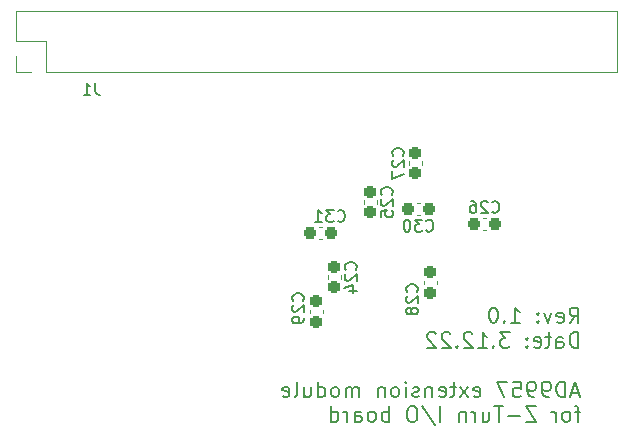
<source format=gbo>
G04 #@! TF.GenerationSoftware,KiCad,Pcbnew,6.0.9-8da3e8f707~116~ubuntu20.04.1*
G04 #@! TF.CreationDate,2022-12-06T17:06:51+01:00*
G04 #@! TF.ProjectId,iqdac,69716461-632e-46b6-9963-61645f706362,rev?*
G04 #@! TF.SameCoordinates,Original*
G04 #@! TF.FileFunction,Legend,Bot*
G04 #@! TF.FilePolarity,Positive*
%FSLAX46Y46*%
G04 Gerber Fmt 4.6, Leading zero omitted, Abs format (unit mm)*
G04 Created by KiCad (PCBNEW 6.0.9-8da3e8f707~116~ubuntu20.04.1) date 2022-12-06 17:06:51*
%MOMM*%
%LPD*%
G01*
G04 APERTURE LIST*
G04 Aperture macros list*
%AMRoundRect*
0 Rectangle with rounded corners*
0 $1 Rounding radius*
0 $2 $3 $4 $5 $6 $7 $8 $9 X,Y pos of 4 corners*
0 Add a 4 corners polygon primitive as box body*
4,1,4,$2,$3,$4,$5,$6,$7,$8,$9,$2,$3,0*
0 Add four circle primitives for the rounded corners*
1,1,$1+$1,$2,$3*
1,1,$1+$1,$4,$5*
1,1,$1+$1,$6,$7*
1,1,$1+$1,$8,$9*
0 Add four rect primitives between the rounded corners*
20,1,$1+$1,$2,$3,$4,$5,0*
20,1,$1+$1,$4,$5,$6,$7,0*
20,1,$1+$1,$6,$7,$8,$9,0*
20,1,$1+$1,$8,$9,$2,$3,0*%
G04 Aperture macros list end*
%ADD10C,0.200000*%
%ADD11C,0.150000*%
%ADD12C,0.120000*%
%ADD13C,2.050000*%
%ADD14C,2.250000*%
%ADD15C,2.500000*%
%ADD16R,1.700000X1.700000*%
%ADD17O,1.700000X1.700000*%
%ADD18RoundRect,0.237500X0.300000X0.237500X-0.300000X0.237500X-0.300000X-0.237500X0.300000X-0.237500X0*%
%ADD19RoundRect,0.237500X0.237500X-0.300000X0.237500X0.300000X-0.237500X0.300000X-0.237500X-0.300000X0*%
%ADD20RoundRect,0.237500X-0.237500X0.300000X-0.237500X-0.300000X0.237500X-0.300000X0.237500X0.300000X0*%
%ADD21RoundRect,0.237500X-0.300000X-0.237500X0.300000X-0.237500X0.300000X0.237500X-0.300000X0.237500X0*%
G04 APERTURE END LIST*
D10*
X182713619Y-78444095D02*
X183146952Y-77825047D01*
X183456476Y-78444095D02*
X183456476Y-77144095D01*
X182961238Y-77144095D01*
X182837428Y-77206000D01*
X182775523Y-77267904D01*
X182713619Y-77391714D01*
X182713619Y-77577428D01*
X182775523Y-77701238D01*
X182837428Y-77763142D01*
X182961238Y-77825047D01*
X183456476Y-77825047D01*
X181661238Y-78382190D02*
X181785047Y-78444095D01*
X182032666Y-78444095D01*
X182156476Y-78382190D01*
X182218380Y-78258380D01*
X182218380Y-77763142D01*
X182156476Y-77639333D01*
X182032666Y-77577428D01*
X181785047Y-77577428D01*
X181661238Y-77639333D01*
X181599333Y-77763142D01*
X181599333Y-77886952D01*
X182218380Y-78010761D01*
X181166000Y-77577428D02*
X180856476Y-78444095D01*
X180546952Y-77577428D01*
X180051714Y-78320285D02*
X179989809Y-78382190D01*
X180051714Y-78444095D01*
X180113619Y-78382190D01*
X180051714Y-78320285D01*
X180051714Y-78444095D01*
X180051714Y-77639333D02*
X179989809Y-77701238D01*
X180051714Y-77763142D01*
X180113619Y-77701238D01*
X180051714Y-77639333D01*
X180051714Y-77763142D01*
X177761238Y-78444095D02*
X178504095Y-78444095D01*
X178132666Y-78444095D02*
X178132666Y-77144095D01*
X178256476Y-77329809D01*
X178380285Y-77453619D01*
X178504095Y-77515523D01*
X177204095Y-78320285D02*
X177142190Y-78382190D01*
X177204095Y-78444095D01*
X177266000Y-78382190D01*
X177204095Y-78320285D01*
X177204095Y-78444095D01*
X176337428Y-77144095D02*
X176213619Y-77144095D01*
X176089809Y-77206000D01*
X176027904Y-77267904D01*
X175966000Y-77391714D01*
X175904095Y-77639333D01*
X175904095Y-77948857D01*
X175966000Y-78196476D01*
X176027904Y-78320285D01*
X176089809Y-78382190D01*
X176213619Y-78444095D01*
X176337428Y-78444095D01*
X176461238Y-78382190D01*
X176523142Y-78320285D01*
X176585047Y-78196476D01*
X176646952Y-77948857D01*
X176646952Y-77639333D01*
X176585047Y-77391714D01*
X176523142Y-77267904D01*
X176461238Y-77206000D01*
X176337428Y-77144095D01*
X183456476Y-80537095D02*
X183456476Y-79237095D01*
X183146952Y-79237095D01*
X182961238Y-79299000D01*
X182837428Y-79422809D01*
X182775523Y-79546619D01*
X182713619Y-79794238D01*
X182713619Y-79979952D01*
X182775523Y-80227571D01*
X182837428Y-80351380D01*
X182961238Y-80475190D01*
X183146952Y-80537095D01*
X183456476Y-80537095D01*
X181599333Y-80537095D02*
X181599333Y-79856142D01*
X181661238Y-79732333D01*
X181785047Y-79670428D01*
X182032666Y-79670428D01*
X182156476Y-79732333D01*
X181599333Y-80475190D02*
X181723142Y-80537095D01*
X182032666Y-80537095D01*
X182156476Y-80475190D01*
X182218380Y-80351380D01*
X182218380Y-80227571D01*
X182156476Y-80103761D01*
X182032666Y-80041857D01*
X181723142Y-80041857D01*
X181599333Y-79979952D01*
X181166000Y-79670428D02*
X180670761Y-79670428D01*
X180980285Y-79237095D02*
X180980285Y-80351380D01*
X180918380Y-80475190D01*
X180794571Y-80537095D01*
X180670761Y-80537095D01*
X179742190Y-80475190D02*
X179866000Y-80537095D01*
X180113619Y-80537095D01*
X180237428Y-80475190D01*
X180299333Y-80351380D01*
X180299333Y-79856142D01*
X180237428Y-79732333D01*
X180113619Y-79670428D01*
X179866000Y-79670428D01*
X179742190Y-79732333D01*
X179680285Y-79856142D01*
X179680285Y-79979952D01*
X180299333Y-80103761D01*
X179123142Y-80413285D02*
X179061238Y-80475190D01*
X179123142Y-80537095D01*
X179185047Y-80475190D01*
X179123142Y-80413285D01*
X179123142Y-80537095D01*
X179123142Y-79732333D02*
X179061238Y-79794238D01*
X179123142Y-79856142D01*
X179185047Y-79794238D01*
X179123142Y-79732333D01*
X179123142Y-79856142D01*
X177637428Y-79237095D02*
X176832666Y-79237095D01*
X177266000Y-79732333D01*
X177080285Y-79732333D01*
X176956476Y-79794238D01*
X176894571Y-79856142D01*
X176832666Y-79979952D01*
X176832666Y-80289476D01*
X176894571Y-80413285D01*
X176956476Y-80475190D01*
X177080285Y-80537095D01*
X177451714Y-80537095D01*
X177575523Y-80475190D01*
X177637428Y-80413285D01*
X176275523Y-80413285D02*
X176213619Y-80475190D01*
X176275523Y-80537095D01*
X176337428Y-80475190D01*
X176275523Y-80413285D01*
X176275523Y-80537095D01*
X174975523Y-80537095D02*
X175718380Y-80537095D01*
X175346952Y-80537095D02*
X175346952Y-79237095D01*
X175470761Y-79422809D01*
X175594571Y-79546619D01*
X175718380Y-79608523D01*
X174480285Y-79360904D02*
X174418380Y-79299000D01*
X174294571Y-79237095D01*
X173985047Y-79237095D01*
X173861238Y-79299000D01*
X173799333Y-79360904D01*
X173737428Y-79484714D01*
X173737428Y-79608523D01*
X173799333Y-79794238D01*
X174542190Y-80537095D01*
X173737428Y-80537095D01*
X173180285Y-80413285D02*
X173118380Y-80475190D01*
X173180285Y-80537095D01*
X173242190Y-80475190D01*
X173180285Y-80413285D01*
X173180285Y-80537095D01*
X172623142Y-79360904D02*
X172561238Y-79299000D01*
X172437428Y-79237095D01*
X172127904Y-79237095D01*
X172004095Y-79299000D01*
X171942190Y-79360904D01*
X171880285Y-79484714D01*
X171880285Y-79608523D01*
X171942190Y-79794238D01*
X172685047Y-80537095D01*
X171880285Y-80537095D01*
X171385047Y-79360904D02*
X171323142Y-79299000D01*
X171199333Y-79237095D01*
X170889809Y-79237095D01*
X170766000Y-79299000D01*
X170704095Y-79360904D01*
X170642190Y-79484714D01*
X170642190Y-79608523D01*
X170704095Y-79794238D01*
X171446952Y-80537095D01*
X170642190Y-80537095D01*
X183518380Y-84351666D02*
X182899333Y-84351666D01*
X183642190Y-84723095D02*
X183208857Y-83423095D01*
X182775523Y-84723095D01*
X182342190Y-84723095D02*
X182342190Y-83423095D01*
X182032666Y-83423095D01*
X181846952Y-83485000D01*
X181723142Y-83608809D01*
X181661238Y-83732619D01*
X181599333Y-83980238D01*
X181599333Y-84165952D01*
X181661238Y-84413571D01*
X181723142Y-84537380D01*
X181846952Y-84661190D01*
X182032666Y-84723095D01*
X182342190Y-84723095D01*
X180980285Y-84723095D02*
X180732666Y-84723095D01*
X180608857Y-84661190D01*
X180546952Y-84599285D01*
X180423142Y-84413571D01*
X180361238Y-84165952D01*
X180361238Y-83670714D01*
X180423142Y-83546904D01*
X180485047Y-83485000D01*
X180608857Y-83423095D01*
X180856476Y-83423095D01*
X180980285Y-83485000D01*
X181042190Y-83546904D01*
X181104095Y-83670714D01*
X181104095Y-83980238D01*
X181042190Y-84104047D01*
X180980285Y-84165952D01*
X180856476Y-84227857D01*
X180608857Y-84227857D01*
X180485047Y-84165952D01*
X180423142Y-84104047D01*
X180361238Y-83980238D01*
X179742190Y-84723095D02*
X179494571Y-84723095D01*
X179370761Y-84661190D01*
X179308857Y-84599285D01*
X179185047Y-84413571D01*
X179123142Y-84165952D01*
X179123142Y-83670714D01*
X179185047Y-83546904D01*
X179246952Y-83485000D01*
X179370761Y-83423095D01*
X179618380Y-83423095D01*
X179742190Y-83485000D01*
X179804095Y-83546904D01*
X179866000Y-83670714D01*
X179866000Y-83980238D01*
X179804095Y-84104047D01*
X179742190Y-84165952D01*
X179618380Y-84227857D01*
X179370761Y-84227857D01*
X179246952Y-84165952D01*
X179185047Y-84104047D01*
X179123142Y-83980238D01*
X177946952Y-83423095D02*
X178566000Y-83423095D01*
X178627904Y-84042142D01*
X178566000Y-83980238D01*
X178442190Y-83918333D01*
X178132666Y-83918333D01*
X178008857Y-83980238D01*
X177946952Y-84042142D01*
X177885047Y-84165952D01*
X177885047Y-84475476D01*
X177946952Y-84599285D01*
X178008857Y-84661190D01*
X178132666Y-84723095D01*
X178442190Y-84723095D01*
X178566000Y-84661190D01*
X178627904Y-84599285D01*
X177451714Y-83423095D02*
X176585047Y-83423095D01*
X177142190Y-84723095D01*
X174604095Y-84661190D02*
X174727904Y-84723095D01*
X174975523Y-84723095D01*
X175099333Y-84661190D01*
X175161238Y-84537380D01*
X175161238Y-84042142D01*
X175099333Y-83918333D01*
X174975523Y-83856428D01*
X174727904Y-83856428D01*
X174604095Y-83918333D01*
X174542190Y-84042142D01*
X174542190Y-84165952D01*
X175161238Y-84289761D01*
X174108857Y-84723095D02*
X173427904Y-83856428D01*
X174108857Y-83856428D02*
X173427904Y-84723095D01*
X173118380Y-83856428D02*
X172623142Y-83856428D01*
X172932666Y-83423095D02*
X172932666Y-84537380D01*
X172870761Y-84661190D01*
X172746952Y-84723095D01*
X172623142Y-84723095D01*
X171694571Y-84661190D02*
X171818380Y-84723095D01*
X172066000Y-84723095D01*
X172189809Y-84661190D01*
X172251714Y-84537380D01*
X172251714Y-84042142D01*
X172189809Y-83918333D01*
X172066000Y-83856428D01*
X171818380Y-83856428D01*
X171694571Y-83918333D01*
X171632666Y-84042142D01*
X171632666Y-84165952D01*
X172251714Y-84289761D01*
X171075523Y-83856428D02*
X171075523Y-84723095D01*
X171075523Y-83980238D02*
X171013619Y-83918333D01*
X170889809Y-83856428D01*
X170704095Y-83856428D01*
X170580285Y-83918333D01*
X170518380Y-84042142D01*
X170518380Y-84723095D01*
X169961238Y-84661190D02*
X169837428Y-84723095D01*
X169589809Y-84723095D01*
X169466000Y-84661190D01*
X169404095Y-84537380D01*
X169404095Y-84475476D01*
X169466000Y-84351666D01*
X169589809Y-84289761D01*
X169775523Y-84289761D01*
X169899333Y-84227857D01*
X169961238Y-84104047D01*
X169961238Y-84042142D01*
X169899333Y-83918333D01*
X169775523Y-83856428D01*
X169589809Y-83856428D01*
X169466000Y-83918333D01*
X168846952Y-84723095D02*
X168846952Y-83856428D01*
X168846952Y-83423095D02*
X168908857Y-83485000D01*
X168846952Y-83546904D01*
X168785047Y-83485000D01*
X168846952Y-83423095D01*
X168846952Y-83546904D01*
X168042190Y-84723095D02*
X168166000Y-84661190D01*
X168227904Y-84599285D01*
X168289809Y-84475476D01*
X168289809Y-84104047D01*
X168227904Y-83980238D01*
X168166000Y-83918333D01*
X168042190Y-83856428D01*
X167856476Y-83856428D01*
X167732666Y-83918333D01*
X167670761Y-83980238D01*
X167608857Y-84104047D01*
X167608857Y-84475476D01*
X167670761Y-84599285D01*
X167732666Y-84661190D01*
X167856476Y-84723095D01*
X168042190Y-84723095D01*
X167051714Y-83856428D02*
X167051714Y-84723095D01*
X167051714Y-83980238D02*
X166989809Y-83918333D01*
X166866000Y-83856428D01*
X166680285Y-83856428D01*
X166556476Y-83918333D01*
X166494571Y-84042142D01*
X166494571Y-84723095D01*
X164885047Y-84723095D02*
X164885047Y-83856428D01*
X164885047Y-83980238D02*
X164823142Y-83918333D01*
X164699333Y-83856428D01*
X164513619Y-83856428D01*
X164389809Y-83918333D01*
X164327904Y-84042142D01*
X164327904Y-84723095D01*
X164327904Y-84042142D02*
X164266000Y-83918333D01*
X164142190Y-83856428D01*
X163956476Y-83856428D01*
X163832666Y-83918333D01*
X163770761Y-84042142D01*
X163770761Y-84723095D01*
X162966000Y-84723095D02*
X163089809Y-84661190D01*
X163151714Y-84599285D01*
X163213619Y-84475476D01*
X163213619Y-84104047D01*
X163151714Y-83980238D01*
X163089809Y-83918333D01*
X162966000Y-83856428D01*
X162780285Y-83856428D01*
X162656476Y-83918333D01*
X162594571Y-83980238D01*
X162532666Y-84104047D01*
X162532666Y-84475476D01*
X162594571Y-84599285D01*
X162656476Y-84661190D01*
X162780285Y-84723095D01*
X162966000Y-84723095D01*
X161418380Y-84723095D02*
X161418380Y-83423095D01*
X161418380Y-84661190D02*
X161542190Y-84723095D01*
X161789809Y-84723095D01*
X161913619Y-84661190D01*
X161975523Y-84599285D01*
X162037428Y-84475476D01*
X162037428Y-84104047D01*
X161975523Y-83980238D01*
X161913619Y-83918333D01*
X161789809Y-83856428D01*
X161542190Y-83856428D01*
X161418380Y-83918333D01*
X160242190Y-83856428D02*
X160242190Y-84723095D01*
X160799333Y-83856428D02*
X160799333Y-84537380D01*
X160737428Y-84661190D01*
X160613619Y-84723095D01*
X160427904Y-84723095D01*
X160304095Y-84661190D01*
X160242190Y-84599285D01*
X159437428Y-84723095D02*
X159561238Y-84661190D01*
X159623142Y-84537380D01*
X159623142Y-83423095D01*
X158446952Y-84661190D02*
X158570761Y-84723095D01*
X158818380Y-84723095D01*
X158942190Y-84661190D01*
X159004095Y-84537380D01*
X159004095Y-84042142D01*
X158942190Y-83918333D01*
X158818380Y-83856428D01*
X158570761Y-83856428D01*
X158446952Y-83918333D01*
X158385047Y-84042142D01*
X158385047Y-84165952D01*
X159004095Y-84289761D01*
X183642190Y-85949428D02*
X183146952Y-85949428D01*
X183456476Y-86816095D02*
X183456476Y-85701809D01*
X183394571Y-85578000D01*
X183270761Y-85516095D01*
X183146952Y-85516095D01*
X182527904Y-86816095D02*
X182651714Y-86754190D01*
X182713619Y-86692285D01*
X182775523Y-86568476D01*
X182775523Y-86197047D01*
X182713619Y-86073238D01*
X182651714Y-86011333D01*
X182527904Y-85949428D01*
X182342190Y-85949428D01*
X182218380Y-86011333D01*
X182156476Y-86073238D01*
X182094571Y-86197047D01*
X182094571Y-86568476D01*
X182156476Y-86692285D01*
X182218380Y-86754190D01*
X182342190Y-86816095D01*
X182527904Y-86816095D01*
X181537428Y-86816095D02*
X181537428Y-85949428D01*
X181537428Y-86197047D02*
X181475523Y-86073238D01*
X181413619Y-86011333D01*
X181289809Y-85949428D01*
X181166000Y-85949428D01*
X179866000Y-85516095D02*
X178999333Y-85516095D01*
X179866000Y-86816095D01*
X178999333Y-86816095D01*
X178504095Y-86320857D02*
X177513619Y-86320857D01*
X177080285Y-85516095D02*
X176337428Y-85516095D01*
X176708857Y-86816095D02*
X176708857Y-85516095D01*
X175346952Y-85949428D02*
X175346952Y-86816095D01*
X175904095Y-85949428D02*
X175904095Y-86630380D01*
X175842190Y-86754190D01*
X175718380Y-86816095D01*
X175532666Y-86816095D01*
X175408857Y-86754190D01*
X175346952Y-86692285D01*
X174727904Y-86816095D02*
X174727904Y-85949428D01*
X174727904Y-86197047D02*
X174666000Y-86073238D01*
X174604095Y-86011333D01*
X174480285Y-85949428D01*
X174356476Y-85949428D01*
X173923142Y-85949428D02*
X173923142Y-86816095D01*
X173923142Y-86073238D02*
X173861238Y-86011333D01*
X173737428Y-85949428D01*
X173551714Y-85949428D01*
X173427904Y-86011333D01*
X173366000Y-86135142D01*
X173366000Y-86816095D01*
X171756476Y-86816095D02*
X171756476Y-85516095D01*
X170208857Y-85454190D02*
X171323142Y-87125619D01*
X169527904Y-85516095D02*
X169280285Y-85516095D01*
X169156476Y-85578000D01*
X169032666Y-85701809D01*
X168970761Y-85949428D01*
X168970761Y-86382761D01*
X169032666Y-86630380D01*
X169156476Y-86754190D01*
X169280285Y-86816095D01*
X169527904Y-86816095D01*
X169651714Y-86754190D01*
X169775523Y-86630380D01*
X169837428Y-86382761D01*
X169837428Y-85949428D01*
X169775523Y-85701809D01*
X169651714Y-85578000D01*
X169527904Y-85516095D01*
X167423142Y-86816095D02*
X167423142Y-85516095D01*
X167423142Y-86011333D02*
X167299333Y-85949428D01*
X167051714Y-85949428D01*
X166927904Y-86011333D01*
X166866000Y-86073238D01*
X166804095Y-86197047D01*
X166804095Y-86568476D01*
X166866000Y-86692285D01*
X166927904Y-86754190D01*
X167051714Y-86816095D01*
X167299333Y-86816095D01*
X167423142Y-86754190D01*
X166061238Y-86816095D02*
X166185047Y-86754190D01*
X166246952Y-86692285D01*
X166308857Y-86568476D01*
X166308857Y-86197047D01*
X166246952Y-86073238D01*
X166185047Y-86011333D01*
X166061238Y-85949428D01*
X165875523Y-85949428D01*
X165751714Y-86011333D01*
X165689809Y-86073238D01*
X165627904Y-86197047D01*
X165627904Y-86568476D01*
X165689809Y-86692285D01*
X165751714Y-86754190D01*
X165875523Y-86816095D01*
X166061238Y-86816095D01*
X164513619Y-86816095D02*
X164513619Y-86135142D01*
X164575523Y-86011333D01*
X164699333Y-85949428D01*
X164946952Y-85949428D01*
X165070761Y-86011333D01*
X164513619Y-86754190D02*
X164637428Y-86816095D01*
X164946952Y-86816095D01*
X165070761Y-86754190D01*
X165132666Y-86630380D01*
X165132666Y-86506571D01*
X165070761Y-86382761D01*
X164946952Y-86320857D01*
X164637428Y-86320857D01*
X164513619Y-86258952D01*
X163894571Y-86816095D02*
X163894571Y-85949428D01*
X163894571Y-86197047D02*
X163832666Y-86073238D01*
X163770761Y-86011333D01*
X163646952Y-85949428D01*
X163523142Y-85949428D01*
X162532666Y-86816095D02*
X162532666Y-85516095D01*
X162532666Y-86754190D02*
X162656476Y-86816095D01*
X162904095Y-86816095D01*
X163027904Y-86754190D01*
X163089809Y-86692285D01*
X163151714Y-86568476D01*
X163151714Y-86197047D01*
X163089809Y-86073238D01*
X163027904Y-86011333D01*
X162904095Y-85949428D01*
X162656476Y-85949428D01*
X162532666Y-86011333D01*
D11*
X142573333Y-58126380D02*
X142573333Y-58840666D01*
X142620952Y-58983523D01*
X142716190Y-59078761D01*
X142859047Y-59126380D01*
X142954285Y-59126380D01*
X141573333Y-59126380D02*
X142144761Y-59126380D01*
X141859047Y-59126380D02*
X141859047Y-58126380D01*
X141954285Y-58269238D01*
X142049523Y-58364476D01*
X142144761Y-58412095D01*
X176156857Y-69031142D02*
X176204476Y-69078761D01*
X176347333Y-69126380D01*
X176442571Y-69126380D01*
X176585428Y-69078761D01*
X176680666Y-68983523D01*
X176728285Y-68888285D01*
X176775904Y-68697809D01*
X176775904Y-68554952D01*
X176728285Y-68364476D01*
X176680666Y-68269238D01*
X176585428Y-68174000D01*
X176442571Y-68126380D01*
X176347333Y-68126380D01*
X176204476Y-68174000D01*
X176156857Y-68221619D01*
X175775904Y-68221619D02*
X175728285Y-68174000D01*
X175633047Y-68126380D01*
X175394952Y-68126380D01*
X175299714Y-68174000D01*
X175252095Y-68221619D01*
X175204476Y-68316857D01*
X175204476Y-68412095D01*
X175252095Y-68554952D01*
X175823523Y-69126380D01*
X175204476Y-69126380D01*
X174347333Y-68126380D02*
X174537809Y-68126380D01*
X174633047Y-68174000D01*
X174680666Y-68221619D01*
X174775904Y-68364476D01*
X174823523Y-68554952D01*
X174823523Y-68935904D01*
X174775904Y-69031142D01*
X174728285Y-69078761D01*
X174633047Y-69126380D01*
X174442571Y-69126380D01*
X174347333Y-69078761D01*
X174299714Y-69031142D01*
X174252095Y-68935904D01*
X174252095Y-68697809D01*
X174299714Y-68602571D01*
X174347333Y-68554952D01*
X174442571Y-68507333D01*
X174633047Y-68507333D01*
X174728285Y-68554952D01*
X174775904Y-68602571D01*
X174823523Y-68697809D01*
X160123142Y-76573142D02*
X160170761Y-76525523D01*
X160218380Y-76382666D01*
X160218380Y-76287428D01*
X160170761Y-76144571D01*
X160075523Y-76049333D01*
X159980285Y-76001714D01*
X159789809Y-75954095D01*
X159646952Y-75954095D01*
X159456476Y-76001714D01*
X159361238Y-76049333D01*
X159266000Y-76144571D01*
X159218380Y-76287428D01*
X159218380Y-76382666D01*
X159266000Y-76525523D01*
X159313619Y-76573142D01*
X159313619Y-76954095D02*
X159266000Y-77001714D01*
X159218380Y-77096952D01*
X159218380Y-77335047D01*
X159266000Y-77430285D01*
X159313619Y-77477904D01*
X159408857Y-77525523D01*
X159504095Y-77525523D01*
X159646952Y-77477904D01*
X160218380Y-76906476D01*
X160218380Y-77525523D01*
X160218380Y-78001714D02*
X160218380Y-78192190D01*
X160170761Y-78287428D01*
X160123142Y-78335047D01*
X159980285Y-78430285D01*
X159789809Y-78477904D01*
X159408857Y-78477904D01*
X159313619Y-78430285D01*
X159266000Y-78382666D01*
X159218380Y-78287428D01*
X159218380Y-78096952D01*
X159266000Y-78001714D01*
X159313619Y-77954095D01*
X159408857Y-77906476D01*
X159646952Y-77906476D01*
X159742190Y-77954095D01*
X159789809Y-78001714D01*
X159837428Y-78096952D01*
X159837428Y-78287428D01*
X159789809Y-78382666D01*
X159742190Y-78430285D01*
X159646952Y-78477904D01*
X164601142Y-73932642D02*
X164648761Y-73885023D01*
X164696380Y-73742166D01*
X164696380Y-73646928D01*
X164648761Y-73504071D01*
X164553523Y-73408833D01*
X164458285Y-73361214D01*
X164267809Y-73313595D01*
X164124952Y-73313595D01*
X163934476Y-73361214D01*
X163839238Y-73408833D01*
X163744000Y-73504071D01*
X163696380Y-73646928D01*
X163696380Y-73742166D01*
X163744000Y-73885023D01*
X163791619Y-73932642D01*
X163791619Y-74313595D02*
X163744000Y-74361214D01*
X163696380Y-74456452D01*
X163696380Y-74694547D01*
X163744000Y-74789785D01*
X163791619Y-74837404D01*
X163886857Y-74885023D01*
X163982095Y-74885023D01*
X164124952Y-74837404D01*
X164696380Y-74265976D01*
X164696380Y-74885023D01*
X164029714Y-75742166D02*
X164696380Y-75742166D01*
X163648761Y-75504071D02*
X164363047Y-75265976D01*
X164363047Y-75885023D01*
X169775142Y-75811142D02*
X169822761Y-75763523D01*
X169870380Y-75620666D01*
X169870380Y-75525428D01*
X169822761Y-75382571D01*
X169727523Y-75287333D01*
X169632285Y-75239714D01*
X169441809Y-75192095D01*
X169298952Y-75192095D01*
X169108476Y-75239714D01*
X169013238Y-75287333D01*
X168918000Y-75382571D01*
X168870380Y-75525428D01*
X168870380Y-75620666D01*
X168918000Y-75763523D01*
X168965619Y-75811142D01*
X168965619Y-76192095D02*
X168918000Y-76239714D01*
X168870380Y-76334952D01*
X168870380Y-76573047D01*
X168918000Y-76668285D01*
X168965619Y-76715904D01*
X169060857Y-76763523D01*
X169156095Y-76763523D01*
X169298952Y-76715904D01*
X169870380Y-76144476D01*
X169870380Y-76763523D01*
X169298952Y-77334952D02*
X169251333Y-77239714D01*
X169203714Y-77192095D01*
X169108476Y-77144476D01*
X169060857Y-77144476D01*
X168965619Y-77192095D01*
X168918000Y-77239714D01*
X168870380Y-77334952D01*
X168870380Y-77525428D01*
X168918000Y-77620666D01*
X168965619Y-77668285D01*
X169060857Y-77715904D01*
X169108476Y-77715904D01*
X169203714Y-77668285D01*
X169251333Y-77620666D01*
X169298952Y-77525428D01*
X169298952Y-77334952D01*
X169346571Y-77239714D01*
X169394190Y-77192095D01*
X169489428Y-77144476D01*
X169679904Y-77144476D01*
X169775142Y-77192095D01*
X169822761Y-77239714D01*
X169870380Y-77334952D01*
X169870380Y-77525428D01*
X169822761Y-77620666D01*
X169775142Y-77668285D01*
X169679904Y-77715904D01*
X169489428Y-77715904D01*
X169394190Y-77668285D01*
X169346571Y-77620666D01*
X169298952Y-77525428D01*
X168599142Y-64280642D02*
X168646761Y-64233023D01*
X168694380Y-64090166D01*
X168694380Y-63994928D01*
X168646761Y-63852071D01*
X168551523Y-63756833D01*
X168456285Y-63709214D01*
X168265809Y-63661595D01*
X168122952Y-63661595D01*
X167932476Y-63709214D01*
X167837238Y-63756833D01*
X167742000Y-63852071D01*
X167694380Y-63994928D01*
X167694380Y-64090166D01*
X167742000Y-64233023D01*
X167789619Y-64280642D01*
X167789619Y-64661595D02*
X167742000Y-64709214D01*
X167694380Y-64804452D01*
X167694380Y-65042547D01*
X167742000Y-65137785D01*
X167789619Y-65185404D01*
X167884857Y-65233023D01*
X167980095Y-65233023D01*
X168122952Y-65185404D01*
X168694380Y-64613976D01*
X168694380Y-65233023D01*
X167694380Y-65566357D02*
X167694380Y-66233023D01*
X168694380Y-65804452D01*
X163075857Y-69793142D02*
X163123476Y-69840761D01*
X163266333Y-69888380D01*
X163361571Y-69888380D01*
X163504428Y-69840761D01*
X163599666Y-69745523D01*
X163647285Y-69650285D01*
X163694904Y-69459809D01*
X163694904Y-69316952D01*
X163647285Y-69126476D01*
X163599666Y-69031238D01*
X163504428Y-68936000D01*
X163361571Y-68888380D01*
X163266333Y-68888380D01*
X163123476Y-68936000D01*
X163075857Y-68983619D01*
X162742523Y-68888380D02*
X162123476Y-68888380D01*
X162456809Y-69269333D01*
X162313952Y-69269333D01*
X162218714Y-69316952D01*
X162171095Y-69364571D01*
X162123476Y-69459809D01*
X162123476Y-69697904D01*
X162171095Y-69793142D01*
X162218714Y-69840761D01*
X162313952Y-69888380D01*
X162599666Y-69888380D01*
X162694904Y-69840761D01*
X162742523Y-69793142D01*
X161171095Y-69888380D02*
X161742523Y-69888380D01*
X161456809Y-69888380D02*
X161456809Y-68888380D01*
X161552047Y-69031238D01*
X161647285Y-69126476D01*
X161742523Y-69174095D01*
X170568857Y-70621142D02*
X170616476Y-70668761D01*
X170759333Y-70716380D01*
X170854571Y-70716380D01*
X170997428Y-70668761D01*
X171092666Y-70573523D01*
X171140285Y-70478285D01*
X171187904Y-70287809D01*
X171187904Y-70144952D01*
X171140285Y-69954476D01*
X171092666Y-69859238D01*
X170997428Y-69764000D01*
X170854571Y-69716380D01*
X170759333Y-69716380D01*
X170616476Y-69764000D01*
X170568857Y-69811619D01*
X170235523Y-69716380D02*
X169616476Y-69716380D01*
X169949809Y-70097333D01*
X169806952Y-70097333D01*
X169711714Y-70144952D01*
X169664095Y-70192571D01*
X169616476Y-70287809D01*
X169616476Y-70525904D01*
X169664095Y-70621142D01*
X169711714Y-70668761D01*
X169806952Y-70716380D01*
X170092666Y-70716380D01*
X170187904Y-70668761D01*
X170235523Y-70621142D01*
X168997428Y-69716380D02*
X168902190Y-69716380D01*
X168806952Y-69764000D01*
X168759333Y-69811619D01*
X168711714Y-69906857D01*
X168664095Y-70097333D01*
X168664095Y-70335428D01*
X168711714Y-70525904D01*
X168759333Y-70621142D01*
X168806952Y-70668761D01*
X168902190Y-70716380D01*
X168997428Y-70716380D01*
X169092666Y-70668761D01*
X169140285Y-70621142D01*
X169187904Y-70525904D01*
X169235523Y-70335428D01*
X169235523Y-70097333D01*
X169187904Y-69906857D01*
X169140285Y-69811619D01*
X169092666Y-69764000D01*
X168997428Y-69716380D01*
X167649142Y-67582642D02*
X167696761Y-67535023D01*
X167744380Y-67392166D01*
X167744380Y-67296928D01*
X167696761Y-67154071D01*
X167601523Y-67058833D01*
X167506285Y-67011214D01*
X167315809Y-66963595D01*
X167172952Y-66963595D01*
X166982476Y-67011214D01*
X166887238Y-67058833D01*
X166792000Y-67154071D01*
X166744380Y-67296928D01*
X166744380Y-67392166D01*
X166792000Y-67535023D01*
X166839619Y-67582642D01*
X166839619Y-67963595D02*
X166792000Y-68011214D01*
X166744380Y-68106452D01*
X166744380Y-68344547D01*
X166792000Y-68439785D01*
X166839619Y-68487404D01*
X166934857Y-68535023D01*
X167030095Y-68535023D01*
X167172952Y-68487404D01*
X167744380Y-67915976D01*
X167744380Y-68535023D01*
X166744380Y-69439785D02*
X166744380Y-68963595D01*
X167220571Y-68915976D01*
X167172952Y-68963595D01*
X167125333Y-69058833D01*
X167125333Y-69296928D01*
X167172952Y-69392166D01*
X167220571Y-69439785D01*
X167315809Y-69487404D01*
X167553904Y-69487404D01*
X167649142Y-69439785D01*
X167696761Y-69392166D01*
X167744380Y-69296928D01*
X167744380Y-69058833D01*
X167696761Y-68963595D01*
X167649142Y-68915976D01*
D12*
X135830000Y-52010000D02*
X135830000Y-54610000D01*
X138430000Y-57210000D02*
X186750000Y-57210000D01*
X135830000Y-55880000D02*
X135830000Y-57210000D01*
X135830000Y-52010000D02*
X186750000Y-52010000D01*
X138430000Y-54610000D02*
X138430000Y-57210000D01*
X135830000Y-54610000D02*
X138430000Y-54610000D01*
X135830000Y-57210000D02*
X137160000Y-57210000D01*
X186750000Y-52010000D02*
X186750000Y-57210000D01*
X175660267Y-69594000D02*
X175367733Y-69594000D01*
X175660267Y-70614000D02*
X175367733Y-70614000D01*
X160780000Y-77642767D02*
X160780000Y-77350233D01*
X161800000Y-77642767D02*
X161800000Y-77350233D01*
X162304000Y-74721767D02*
X162304000Y-74429233D01*
X163324000Y-74721767D02*
X163324000Y-74429233D01*
X171452000Y-75176767D02*
X171452000Y-74884233D01*
X170432000Y-75176767D02*
X170432000Y-74884233D01*
X170182000Y-64777233D02*
X170182000Y-65069767D01*
X169162000Y-64777233D02*
X169162000Y-65069767D01*
X161790767Y-70356000D02*
X161498233Y-70356000D01*
X161790767Y-71376000D02*
X161498233Y-71376000D01*
X169779733Y-69344000D02*
X170072267Y-69344000D01*
X169779733Y-68324000D02*
X170072267Y-68324000D01*
X166372000Y-68371767D02*
X166372000Y-68079233D01*
X165352000Y-68371767D02*
X165352000Y-68079233D01*
%LPC*%
D13*
X182880000Y-93980000D03*
D14*
X180340000Y-91440000D03*
X185420000Y-91440000D03*
X185420000Y-96520000D03*
X180340000Y-96520000D03*
D15*
X182880000Y-104140000D03*
X139700000Y-104140000D03*
D13*
X170942000Y-104140000D03*
D14*
X173482000Y-106680000D03*
X168402000Y-101600000D03*
X173482000Y-101600000D03*
X168402000Y-106680000D03*
D16*
X137160000Y-55880000D03*
D17*
X137160000Y-53340000D03*
X139700000Y-55880000D03*
X139700000Y-53340000D03*
X142240000Y-55880000D03*
X142240000Y-53340000D03*
X144780000Y-55880000D03*
X144780000Y-53340000D03*
X147320000Y-55880000D03*
X147320000Y-53340000D03*
X149860000Y-55880000D03*
X149860000Y-53340000D03*
X152400000Y-55880000D03*
X152400000Y-53340000D03*
X154940000Y-55880000D03*
X154940000Y-53340000D03*
X157480000Y-55880000D03*
X157480000Y-53340000D03*
X160020000Y-55880000D03*
X160020000Y-53340000D03*
X162560000Y-55880000D03*
X162560000Y-53340000D03*
X165100000Y-55880000D03*
X165100000Y-53340000D03*
X167640000Y-55880000D03*
X167640000Y-53340000D03*
X170180000Y-55880000D03*
X170180000Y-53340000D03*
X172720000Y-55880000D03*
X172720000Y-53340000D03*
X175260000Y-55880000D03*
X175260000Y-53340000D03*
X177800000Y-55880000D03*
X177800000Y-53340000D03*
X180340000Y-55880000D03*
X180340000Y-53340000D03*
X182880000Y-55880000D03*
X182880000Y-53340000D03*
X185420000Y-55880000D03*
X185420000Y-53340000D03*
D18*
X176376500Y-70104000D03*
X174651500Y-70104000D03*
D19*
X161290000Y-78359000D03*
X161290000Y-76634000D03*
X162814000Y-75438000D03*
X162814000Y-73713000D03*
X170942000Y-75893000D03*
X170942000Y-74168000D03*
D20*
X169672000Y-64061000D03*
X169672000Y-65786000D03*
D18*
X162507000Y-70866000D03*
X160782000Y-70866000D03*
D21*
X169063500Y-68834000D03*
X170788500Y-68834000D03*
D19*
X165862000Y-69088000D03*
X165862000Y-67363000D03*
M02*

</source>
